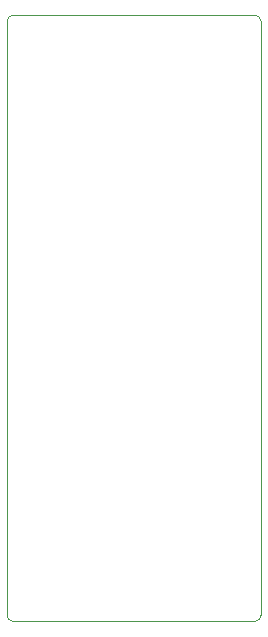
<source format=gbr>
%TF.GenerationSoftware,KiCad,Pcbnew,(6.0.7-1)-1*%
%TF.CreationDate,2022-09-30T15:54:31+08:00*%
%TF.ProjectId,PicoBoot,5069636f-426f-46f7-942e-6b696361645f,REV1*%
%TF.SameCoordinates,Original*%
%TF.FileFunction,Profile,NP*%
%FSLAX46Y46*%
G04 Gerber Fmt 4.6, Leading zero omitted, Abs format (unit mm)*
G04 Created by KiCad (PCBNEW (6.0.7-1)-1) date 2022-09-30 15:54:31*
%MOMM*%
%LPD*%
G01*
G04 APERTURE LIST*
%TA.AperFunction,Profile*%
%ADD10C,0.100000*%
%TD*%
G04 APERTURE END LIST*
D10*
X113900000Y-108525000D02*
G75*
G03*
X114400000Y-108025000I0J500000D01*
G01*
X92900000Y-108025000D02*
X92900000Y-57725000D01*
X93400000Y-57225000D02*
X113900000Y-57225000D01*
X114400000Y-57725000D02*
G75*
G03*
X113900000Y-57225000I-500000J0D01*
G01*
X93400000Y-108525000D02*
X113900000Y-108525000D01*
X93400000Y-57225000D02*
G75*
G03*
X92900000Y-57725000I0J-500000D01*
G01*
X92900000Y-108025000D02*
G75*
G03*
X93400000Y-108525000I500000J0D01*
G01*
X114400000Y-108025000D02*
X114400000Y-57725000D01*
M02*

</source>
